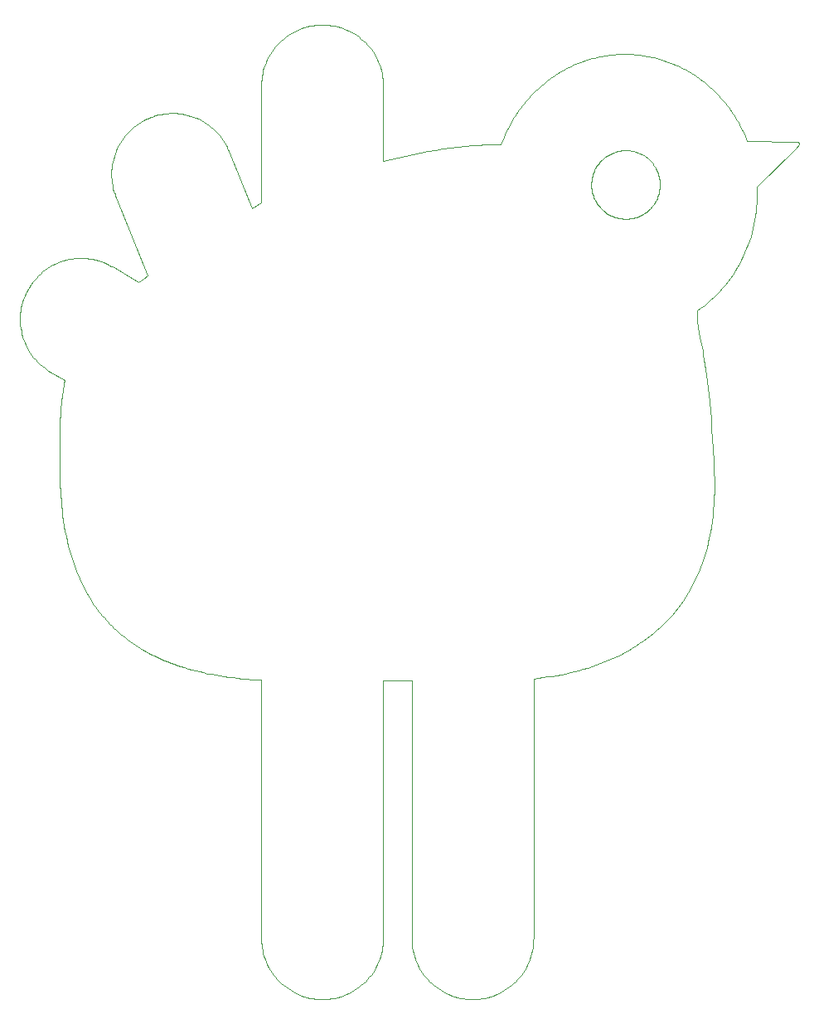
<source format=gbr>
G04 #@! TF.GenerationSoftware,KiCad,Pcbnew,5.0.2-bee76a0~70~ubuntu18.04.1*
G04 #@! TF.CreationDate,2019-07-17T02:08:38+03:00*
G04 #@! TF.ProjectId,Njorp_PCB,4e6a6f72-705f-4504-9342-2e6b69636164,rev?*
G04 #@! TF.SameCoordinates,Original*
G04 #@! TF.FileFunction,Profile,NP*
%FSLAX46Y46*%
G04 Gerber Fmt 4.6, Leading zero omitted, Abs format (unit mm)*
G04 Created by KiCad (PCBNEW 5.0.2-bee76a0~70~ubuntu18.04.1) date ke 17. heinäkuuta 2019 02.08.38*
%MOMM*%
%LPD*%
G01*
G04 APERTURE LIST*
%ADD10C,0.100000*%
G04 APERTURE END LIST*
D10*
X-9017395Y49511141D02*
X-9178511Y49509117D01*
X-9178511Y49509117D02*
X-9338591Y49503074D01*
X-9338591Y49503074D02*
X-9497593Y49493062D01*
X-9497593Y49493062D02*
X-9655464Y49479129D01*
X-9655464Y49479129D02*
X-9967630Y49439690D01*
X-9967630Y49439690D02*
X-10274701Y49385144D01*
X-10274701Y49385144D02*
X-10576291Y49315875D01*
X-10576291Y49315875D02*
X-10872019Y49232268D01*
X-10872019Y49232268D02*
X-11161497Y49134709D01*
X-11161497Y49134709D02*
X-11444339Y49023583D01*
X-11444339Y49023583D02*
X-11720162Y48899275D01*
X-11720162Y48899275D02*
X-11988579Y48762170D01*
X-11988579Y48762170D02*
X-12249207Y48612652D01*
X-12249207Y48612652D02*
X-12501659Y48451109D01*
X-12501659Y48451109D02*
X-12745552Y48277923D01*
X-12745552Y48277923D02*
X-12980499Y48093481D01*
X-12980499Y48093481D02*
X-13206114Y47898168D01*
X-13206114Y47898168D02*
X-13422014Y47692369D01*
X-13422014Y47692369D02*
X-13627813Y47476469D01*
X-13627813Y47476469D02*
X-13823127Y47250853D01*
X-13823127Y47250853D02*
X-14007568Y47015907D01*
X-14007568Y47015907D02*
X-14180754Y46772015D01*
X-14180754Y46772015D02*
X-14342298Y46519562D01*
X-14342298Y46519562D02*
X-14491815Y46258934D01*
X-14491815Y46258934D02*
X-14628920Y45990516D01*
X-14628920Y45990516D02*
X-14753229Y45714694D01*
X-14753229Y45714694D02*
X-14864355Y45431851D01*
X-14864355Y45431851D02*
X-14961914Y45142374D01*
X-14961914Y45142374D02*
X-15045521Y44846647D01*
X-15045521Y44846647D02*
X-15114790Y44545055D01*
X-15114790Y44545055D02*
X-15169337Y44237985D01*
X-15169337Y44237985D02*
X-15208775Y43925820D01*
X-15208775Y43925820D02*
X-15222708Y43767948D01*
X-15222708Y43767948D02*
X-15232720Y43608947D01*
X-15232720Y43608947D02*
X-15238763Y43448864D01*
X-15238763Y43448864D02*
X-15240800Y43287749D01*
X-15240800Y43287749D02*
X-15240800Y31354110D01*
X-15240800Y31354110D02*
X-16180266Y30798071D01*
X-16180266Y30798071D02*
X-18565133Y36618388D01*
X-18565133Y36618388D02*
X-18628093Y36766706D01*
X-18628093Y36766706D02*
X-18694380Y36912545D01*
X-18694380Y36912545D02*
X-18763930Y37055879D01*
X-18763930Y37055879D02*
X-18836681Y37196682D01*
X-18836681Y37196682D02*
X-18991532Y37470588D01*
X-18991532Y37470588D02*
X-19158432Y37734053D01*
X-19158432Y37734053D02*
X-19336879Y37986866D01*
X-19336879Y37986866D02*
X-19526369Y38228817D01*
X-19526369Y38228817D02*
X-19726400Y38459696D01*
X-19726400Y38459696D02*
X-19936470Y38679292D01*
X-19936470Y38679292D02*
X-20156077Y38887394D01*
X-20156077Y38887394D02*
X-20384718Y39083793D01*
X-20384718Y39083793D02*
X-20621890Y39268278D01*
X-20621890Y39268278D02*
X-20867091Y39440639D01*
X-20867091Y39440639D02*
X-21119819Y39600664D01*
X-21119819Y39600664D02*
X-21379572Y39748144D01*
X-21379572Y39748144D02*
X-21645846Y39882869D01*
X-21645846Y39882869D02*
X-21918140Y40004627D01*
X-21918140Y40004627D02*
X-22195951Y40113209D01*
X-22195951Y40113209D02*
X-22478776Y40208403D01*
X-22478776Y40208403D02*
X-22766113Y40290001D01*
X-22766113Y40290001D02*
X-23057460Y40357790D01*
X-23057460Y40357790D02*
X-23352315Y40411561D01*
X-23352315Y40411561D02*
X-23650174Y40451104D01*
X-23650174Y40451104D02*
X-23950536Y40476207D01*
X-23950536Y40476207D02*
X-24252898Y40486661D01*
X-24252898Y40486661D02*
X-24556757Y40482256D01*
X-24556757Y40482256D02*
X-24861612Y40462780D01*
X-24861612Y40462780D02*
X-25166959Y40428023D01*
X-25166959Y40428023D02*
X-25472296Y40377775D01*
X-25472296Y40377775D02*
X-25777121Y40311825D01*
X-25777121Y40311825D02*
X-26080932Y40229964D01*
X-26080932Y40229964D02*
X-26232300Y40183001D01*
X-26232300Y40183001D02*
X-26383226Y40131981D01*
X-26383226Y40131981D02*
X-26533647Y40076877D01*
X-26533647Y40076877D02*
X-26683500Y40017664D01*
X-26683500Y40017664D02*
X-26831818Y39954703D01*
X-26831818Y39954703D02*
X-26977657Y39888417D01*
X-26977657Y39888417D02*
X-27120991Y39818867D01*
X-27120991Y39818867D02*
X-27261794Y39746116D01*
X-27261794Y39746116D02*
X-27535699Y39591264D01*
X-27535699Y39591264D02*
X-27799164Y39424364D01*
X-27799164Y39424364D02*
X-28051977Y39245918D01*
X-28051977Y39245918D02*
X-28293928Y39056428D01*
X-28293928Y39056428D02*
X-28524807Y38856396D01*
X-28524807Y38856396D02*
X-28744403Y38646326D01*
X-28744403Y38646326D02*
X-28952505Y38426719D01*
X-28952505Y38426719D02*
X-29148904Y38198079D01*
X-29148904Y38198079D02*
X-29333389Y37960906D01*
X-29333389Y37960906D02*
X-29505749Y37715705D01*
X-29505749Y37715705D02*
X-29665775Y37462977D01*
X-29665775Y37462977D02*
X-29813255Y37203224D01*
X-29813255Y37203224D02*
X-29947979Y36936950D01*
X-29947979Y36936950D02*
X-30069738Y36664656D01*
X-30069738Y36664656D02*
X-30178319Y36386845D01*
X-30178319Y36386845D02*
X-30273514Y36104020D01*
X-30273514Y36104020D02*
X-30355111Y35816683D01*
X-30355111Y35816683D02*
X-30422901Y35525336D01*
X-30422901Y35525336D02*
X-30476672Y35230481D01*
X-30476672Y35230481D02*
X-30516215Y34932622D01*
X-30516215Y34932622D02*
X-30541319Y34632260D01*
X-30541319Y34632260D02*
X-30551772Y34329898D01*
X-30551772Y34329898D02*
X-30547367Y34026039D01*
X-30547367Y34026039D02*
X-30527891Y33721185D01*
X-30527891Y33721185D02*
X-30493134Y33415838D01*
X-30493134Y33415838D02*
X-30442887Y33110500D01*
X-30442887Y33110500D02*
X-30376937Y32805675D01*
X-30376937Y32805675D02*
X-30295076Y32501865D01*
X-30295076Y32501865D02*
X-30248113Y32350497D01*
X-30248113Y32350497D02*
X-30197092Y32199571D01*
X-30197092Y32199571D02*
X-30141989Y32049150D01*
X-30141989Y32049150D02*
X-30082776Y31899297D01*
X-30082776Y31899297D02*
X-26816309Y23927173D01*
X-26816309Y23927173D02*
X-27303152Y23564028D01*
X-27303152Y23564028D02*
X-27772323Y23206286D01*
X-27772323Y23206286D02*
X-30452779Y24813941D01*
X-30452779Y24813941D02*
X-30591993Y24895070D01*
X-30591993Y24895070D02*
X-30732388Y24972222D01*
X-30732388Y24972222D02*
X-30873898Y25045414D01*
X-30873898Y25045414D02*
X-31016458Y25114662D01*
X-31016458Y25114662D02*
X-31304461Y25241394D01*
X-31304461Y25241394D02*
X-31595867Y25352549D01*
X-31595867Y25352549D02*
X-31890149Y25448260D01*
X-31890149Y25448260D02*
X-32186778Y25528659D01*
X-32186778Y25528659D02*
X-32485225Y25593878D01*
X-32485225Y25593878D02*
X-32784962Y25644050D01*
X-32784962Y25644050D02*
X-33085459Y25679307D01*
X-33085459Y25679307D02*
X-33386190Y25699780D01*
X-33386190Y25699780D02*
X-33686624Y25705604D01*
X-33686624Y25705604D02*
X-33986234Y25696907D01*
X-33986234Y25696907D02*
X-34284491Y25673825D01*
X-34284491Y25673825D02*
X-34580866Y25636488D01*
X-34580866Y25636488D02*
X-34874831Y25585028D01*
X-34874831Y25585028D02*
X-35165857Y25519579D01*
X-35165857Y25519579D02*
X-35453415Y25440272D01*
X-35453415Y25440272D02*
X-35736978Y25347239D01*
X-35736978Y25347239D02*
X-36016016Y25240614D01*
X-36016016Y25240614D02*
X-36290001Y25120527D01*
X-36290001Y25120527D02*
X-36558404Y24987111D01*
X-36558404Y24987111D02*
X-36820697Y24840499D01*
X-36820697Y24840499D02*
X-37076351Y24680822D01*
X-37076351Y24680822D02*
X-37324838Y24508212D01*
X-37324838Y24508212D02*
X-37565628Y24322803D01*
X-37565628Y24322803D02*
X-37798195Y24124726D01*
X-37798195Y24124726D02*
X-38022008Y23914113D01*
X-38022008Y23914113D02*
X-38236539Y23691096D01*
X-38236539Y23691096D02*
X-38441260Y23455807D01*
X-38441260Y23455807D02*
X-38635642Y23208382D01*
X-38635642Y23208382D02*
X-38728791Y23080157D01*
X-38728791Y23080157D02*
X-38819157Y22948947D01*
X-38819157Y22948947D02*
X-38906674Y22814769D01*
X-38906674Y22814769D02*
X-38991276Y22677641D01*
X-38991276Y22677641D02*
X-39072404Y22538425D01*
X-39072404Y22538425D02*
X-39149556Y22398029D01*
X-39149556Y22398029D02*
X-39222748Y22256520D01*
X-39222748Y22256520D02*
X-39291996Y22113959D01*
X-39291996Y22113959D02*
X-39418727Y21825958D01*
X-39418727Y21825958D02*
X-39529881Y21534551D01*
X-39529881Y21534551D02*
X-39625592Y21240271D01*
X-39625592Y21240271D02*
X-39705991Y20943641D01*
X-39705991Y20943641D02*
X-39771210Y20645197D01*
X-39771210Y20645197D02*
X-39821382Y20345458D01*
X-39821382Y20345458D02*
X-39856638Y20044960D01*
X-39856638Y20044960D02*
X-39877112Y19744232D01*
X-39877112Y19744232D02*
X-39882934Y19443798D01*
X-39882934Y19443798D02*
X-39874238Y19144186D01*
X-39874238Y19144186D02*
X-39851155Y18845932D01*
X-39851155Y18845932D02*
X-39813818Y18549556D01*
X-39813818Y18549556D02*
X-39762359Y18255591D01*
X-39762359Y18255591D02*
X-39696910Y17964563D01*
X-39696910Y17964563D02*
X-39617603Y17677006D01*
X-39617603Y17677006D02*
X-39524571Y17393444D01*
X-39524571Y17393444D02*
X-39417945Y17114403D01*
X-39417945Y17114403D02*
X-39297859Y16840419D01*
X-39297859Y16840419D02*
X-39164443Y16572016D01*
X-39164443Y16572016D02*
X-39017831Y16309724D01*
X-39017831Y16309724D02*
X-38858154Y16054073D01*
X-38858154Y16054073D02*
X-38685545Y15805584D01*
X-38685545Y15805584D02*
X-38500136Y15564794D01*
X-38500136Y15564794D02*
X-38302059Y15332226D01*
X-38302059Y15332226D02*
X-38091446Y15108415D01*
X-38091446Y15108415D02*
X-37868429Y14893883D01*
X-37868429Y14893883D02*
X-37633142Y14689161D01*
X-37633142Y14689161D02*
X-37385715Y14494777D01*
X-37385715Y14494777D02*
X-37257490Y14401628D01*
X-37257490Y14401628D02*
X-37126281Y14311262D01*
X-37126281Y14311262D02*
X-36992103Y14223746D01*
X-36992103Y14223746D02*
X-36854972Y14139143D01*
X-36854972Y14139143D02*
X-35319149Y13218787D01*
X-35319149Y13218787D02*
X-35379017Y12945711D01*
X-35379017Y12945711D02*
X-35434185Y12670128D01*
X-35434185Y12670128D02*
X-35484823Y12391887D01*
X-35484823Y12391887D02*
X-35531099Y12110828D01*
X-35531099Y12110828D02*
X-35573185Y11826785D01*
X-35573185Y11826785D02*
X-35611248Y11539604D01*
X-35611248Y11539604D02*
X-35645460Y11249120D01*
X-35645460Y11249120D02*
X-35675989Y10955179D01*
X-35675989Y10955179D02*
X-35726678Y10356273D01*
X-35726678Y10356273D02*
X-35764673Y9741612D01*
X-35764673Y9741612D02*
X-35791331Y9109914D01*
X-35791331Y9109914D02*
X-35808007Y8459901D01*
X-35808007Y8459901D02*
X-35840316Y6786314D01*
X-35840316Y6786314D02*
X-35852410Y5890451D01*
X-35852410Y5890451D02*
X-35856109Y4960924D01*
X-35856109Y4960924D02*
X-35847152Y4002021D01*
X-35847152Y4002021D02*
X-35836596Y3512897D01*
X-35836596Y3512897D02*
X-35821276Y3018033D01*
X-35821276Y3018033D02*
X-35800660Y2517971D01*
X-35800660Y2517971D02*
X-35774215Y2013244D01*
X-35774215Y2013244D02*
X-35741407Y1504392D01*
X-35741407Y1504392D02*
X-35701705Y991944D01*
X-35701705Y991944D02*
X-35654574Y476441D01*
X-35654574Y476441D02*
X-35599482Y-41582D01*
X-35599482Y-41582D02*
X-35535897Y-561589D01*
X-35535897Y-561589D02*
X-35463284Y-1083043D01*
X-35463284Y-1083043D02*
X-35381111Y-1605412D01*
X-35381111Y-1605412D02*
X-35288845Y-2128155D01*
X-35288845Y-2128155D02*
X-35185954Y-2650739D01*
X-35185954Y-2650739D02*
X-35071903Y-3172629D01*
X-35071903Y-3172629D02*
X-34946160Y-3693287D01*
X-34946160Y-3693287D02*
X-34808192Y-4212174D01*
X-34808192Y-4212174D02*
X-34657467Y-4728763D01*
X-34657467Y-4728763D02*
X-34493450Y-5242510D01*
X-34493450Y-5242510D02*
X-34315609Y-5752880D01*
X-34315609Y-5752880D02*
X-34123412Y-6259340D01*
X-34123412Y-6259340D02*
X-34021763Y-6510938D01*
X-34021763Y-6510938D02*
X-33916325Y-6761355D01*
X-33916325Y-6761355D02*
X-33807031Y-7010527D01*
X-33807031Y-7010527D02*
X-33693814Y-7258386D01*
X-33693814Y-7258386D02*
X-33576609Y-7504864D01*
X-33576609Y-7504864D02*
X-33455348Y-7749897D01*
X-33455348Y-7749897D02*
X-33329965Y-7993414D01*
X-33329965Y-7993414D02*
X-33200393Y-8235352D01*
X-33200393Y-8235352D02*
X-33066566Y-8475641D01*
X-33066566Y-8475641D02*
X-32928416Y-8714216D01*
X-32928416Y-8714216D02*
X-32785878Y-8951010D01*
X-32785878Y-8951010D02*
X-32638884Y-9185955D01*
X-32638884Y-9185955D02*
X-32487369Y-9418984D01*
X-32487369Y-9418984D02*
X-32331264Y-9650031D01*
X-32331264Y-9650031D02*
X-32170505Y-9879026D01*
X-32170505Y-9879026D02*
X-32005024Y-10105906D01*
X-32005024Y-10105906D02*
X-31834754Y-10330603D01*
X-31834754Y-10330603D02*
X-31659630Y-10553049D01*
X-31659630Y-10553049D02*
X-31479583Y-10773174D01*
X-31479583Y-10773174D02*
X-31294549Y-10990918D01*
X-31294549Y-10990918D02*
X-31104459Y-11206210D01*
X-31104459Y-11206210D02*
X-30909248Y-11418983D01*
X-30909248Y-11418983D02*
X-30708848Y-11629168D01*
X-30708848Y-11629168D02*
X-30503194Y-11836704D01*
X-30503194Y-11836704D02*
X-30292218Y-12041518D01*
X-30292218Y-12041518D02*
X-30075854Y-12243546D01*
X-30075854Y-12243546D02*
X-29854036Y-12442719D01*
X-29854036Y-12442719D02*
X-29626696Y-12638974D01*
X-29626696Y-12638974D02*
X-29393768Y-12832239D01*
X-29393768Y-12832239D02*
X-29155186Y-13022450D01*
X-29155186Y-13022450D02*
X-28910883Y-13209540D01*
X-28910883Y-13209540D02*
X-28660791Y-13393441D01*
X-28660791Y-13393441D02*
X-28404846Y-13574085D01*
X-28404846Y-13574085D02*
X-28142979Y-13751409D01*
X-28142979Y-13751409D02*
X-27875125Y-13925343D01*
X-27875125Y-13925343D02*
X-27601216Y-14095820D01*
X-27601216Y-14095820D02*
X-27321186Y-14262772D01*
X-27321186Y-14262772D02*
X-27034969Y-14426133D01*
X-27034969Y-14426133D02*
X-26742498Y-14585839D01*
X-26742498Y-14585839D02*
X-26443705Y-14741818D01*
X-26443705Y-14741818D02*
X-26138526Y-14894007D01*
X-26138526Y-14894007D02*
X-25826892Y-15042337D01*
X-25826892Y-15042337D02*
X-25508738Y-15186742D01*
X-25508738Y-15186742D02*
X-25183996Y-15327153D01*
X-25183996Y-15327153D02*
X-24852601Y-15463506D01*
X-24852601Y-15463506D02*
X-24514485Y-15595732D01*
X-24514485Y-15595732D02*
X-24169581Y-15723764D01*
X-24169581Y-15723764D02*
X-23817824Y-15847536D01*
X-23817824Y-15847536D02*
X-23459147Y-15966979D01*
X-23459147Y-15966979D02*
X-23093482Y-16082031D01*
X-23093482Y-16082031D02*
X-22720764Y-16192619D01*
X-22720764Y-16192619D02*
X-22340926Y-16298677D01*
X-22340926Y-16298677D02*
X-21953901Y-16400142D01*
X-21953901Y-16400142D02*
X-21559622Y-16496945D01*
X-21559622Y-16496945D02*
X-21158023Y-16589018D01*
X-21158023Y-16589018D02*
X-20749037Y-16676293D01*
X-20749037Y-16676293D02*
X-20332598Y-16758705D01*
X-20332598Y-16758705D02*
X-19908639Y-16836186D01*
X-19908639Y-16836186D02*
X-19477093Y-16908671D01*
X-19477093Y-16908671D02*
X-19037894Y-16976090D01*
X-19037894Y-16976090D02*
X-18590975Y-17038378D01*
X-18590975Y-17038378D02*
X-18136269Y-17095467D01*
X-18136269Y-17095467D02*
X-17673711Y-17147294D01*
X-17673711Y-17147294D02*
X-17203232Y-17193784D01*
X-17203232Y-17193784D02*
X-16724767Y-17234876D01*
X-16724767Y-17234876D02*
X-16238250Y-17270502D01*
X-16238250Y-17270502D02*
X-15743612Y-17300596D01*
X-15743612Y-17300596D02*
X-15240789Y-17325096D01*
X-15240789Y-17325096D02*
X-15240789Y-43684211D01*
X-15240789Y-43684211D02*
X-15238751Y-43845326D01*
X-15238751Y-43845326D02*
X-15232708Y-44005409D01*
X-15232708Y-44005409D02*
X-15222696Y-44164411D01*
X-15222696Y-44164411D02*
X-15208763Y-44322288D01*
X-15208763Y-44322288D02*
X-15169325Y-44634462D01*
X-15169325Y-44634462D02*
X-15114778Y-44941542D01*
X-15114778Y-44941542D02*
X-15045509Y-45243146D01*
X-15045509Y-45243146D02*
X-14961903Y-45538884D01*
X-14961903Y-45538884D02*
X-14864344Y-45828381D01*
X-14864344Y-45828381D02*
X-14753217Y-46111239D01*
X-14753217Y-46111239D02*
X-14628909Y-46387083D01*
X-14628909Y-46387083D02*
X-14491803Y-46655518D01*
X-14491803Y-46655518D02*
X-14342286Y-46916170D01*
X-14342286Y-46916170D02*
X-14180742Y-47168643D01*
X-14180742Y-47168643D02*
X-14007557Y-47412560D01*
X-14007557Y-47412560D02*
X-13823115Y-47647529D01*
X-13823115Y-47647529D02*
X-13627802Y-47873168D01*
X-13627802Y-47873168D02*
X-13422004Y-48089094D01*
X-13422004Y-48089094D02*
X-13206104Y-48294916D01*
X-13206104Y-48294916D02*
X-12980488Y-48490253D01*
X-12980488Y-48490253D02*
X-12745541Y-48674718D01*
X-12745541Y-48674718D02*
X-12501648Y-48847927D01*
X-12501648Y-48847927D02*
X-12249196Y-49009492D01*
X-12249196Y-49009492D02*
X-11988568Y-49159030D01*
X-11988568Y-49159030D02*
X-11720151Y-49296153D01*
X-11720151Y-49296153D02*
X-11444328Y-49420480D01*
X-11444328Y-49420480D02*
X-11161486Y-49531624D01*
X-11161486Y-49531624D02*
X-10872008Y-49629200D01*
X-10872008Y-49629200D02*
X-10576281Y-49712821D01*
X-10576281Y-49712821D02*
X-10274690Y-49782102D01*
X-10274690Y-49782102D02*
X-9967620Y-49836654D01*
X-9967620Y-49836654D02*
X-9655454Y-49876101D01*
X-9655454Y-49876101D02*
X-9497582Y-49890044D01*
X-9497582Y-49890044D02*
X-9338581Y-49900046D01*
X-9338581Y-49900046D02*
X-9178500Y-49906104D01*
X-9178500Y-49906104D02*
X-9017385Y-49908221D01*
X-9017385Y-49908221D02*
X-8856269Y-49906104D01*
X-8856269Y-49906104D02*
X-8696188Y-49900046D01*
X-8696188Y-49900046D02*
X-8537187Y-49890044D01*
X-8537187Y-49890044D02*
X-8379313Y-49876101D01*
X-8379313Y-49876101D02*
X-8067150Y-49836654D01*
X-8067150Y-49836654D02*
X-7760079Y-49782102D01*
X-7760079Y-49782102D02*
X-7458489Y-49712821D01*
X-7458489Y-49712821D02*
X-7162761Y-49629200D01*
X-7162761Y-49629200D02*
X-6873283Y-49531624D01*
X-6873283Y-49531624D02*
X-6590441Y-49420480D01*
X-6590441Y-49420480D02*
X-6314618Y-49296153D01*
X-6314618Y-49296153D02*
X-6046201Y-49159030D01*
X-6046201Y-49159030D02*
X-5785573Y-49009492D01*
X-5785573Y-49009492D02*
X-5533121Y-48847927D01*
X-5533121Y-48847927D02*
X-5289228Y-48674718D01*
X-5289228Y-48674718D02*
X-5054281Y-48490253D01*
X-5054281Y-48490253D02*
X-4828665Y-48294916D01*
X-4828665Y-48294916D02*
X-4612765Y-48089094D01*
X-4612765Y-48089094D02*
X-4406967Y-47873168D01*
X-4406967Y-47873168D02*
X-4211654Y-47647529D01*
X-4211654Y-47647529D02*
X-4027211Y-47412560D01*
X-4027211Y-47412560D02*
X-3854025Y-47168643D01*
X-3854025Y-47168643D02*
X-3692484Y-46916170D01*
X-3692484Y-46916170D02*
X-3542965Y-46655518D01*
X-3542965Y-46655518D02*
X-3405861Y-46387083D01*
X-3405861Y-46387083D02*
X-3281551Y-46111239D01*
X-3281551Y-46111239D02*
X-3170426Y-45828381D01*
X-3170426Y-45828381D02*
X-3072867Y-45538884D01*
X-3072867Y-45538884D02*
X-2989261Y-45243146D01*
X-2989261Y-45243146D02*
X-2919990Y-44941542D01*
X-2919990Y-44941542D02*
X-2865444Y-44634462D01*
X-2865444Y-44634462D02*
X-2826005Y-44322288D01*
X-2826005Y-44322288D02*
X-2812062Y-44164411D01*
X-2812062Y-44164411D02*
X-2802060Y-44005409D01*
X-2802060Y-44005409D02*
X-2796028Y-43845326D01*
X-2796028Y-43845326D02*
X-2793911Y-43684211D01*
X-2793911Y-43684211D02*
X-2793911Y-17367985D01*
X-2793911Y-17367985D02*
X111857Y-17367985D01*
X111857Y-17367985D02*
X111857Y-43684211D01*
X111857Y-43684211D02*
X113973Y-43845326D01*
X113973Y-43845326D02*
X120006Y-44005409D01*
X120006Y-44005409D02*
X130007Y-44164411D01*
X130007Y-44164411D02*
X143951Y-44322288D01*
X143951Y-44322288D02*
X183390Y-44634462D01*
X183390Y-44634462D02*
X237936Y-44941542D01*
X237936Y-44941542D02*
X307207Y-45243146D01*
X307207Y-45243146D02*
X390812Y-45538884D01*
X390812Y-45538884D02*
X488372Y-45828381D01*
X488372Y-45828381D02*
X599497Y-46111239D01*
X599497Y-46111239D02*
X723806Y-46387083D01*
X723806Y-46387083D02*
X860911Y-46655518D01*
X860911Y-46655518D02*
X1010429Y-46916170D01*
X1010429Y-46916170D02*
X1171973Y-47168643D01*
X1171973Y-47168643D02*
X1345159Y-47412560D01*
X1345159Y-47412560D02*
X1529600Y-47647529D01*
X1529600Y-47647529D02*
X1724913Y-47873168D01*
X1724913Y-47873168D02*
X1930711Y-48089094D01*
X1930711Y-48089094D02*
X2146611Y-48294916D01*
X2146611Y-48294916D02*
X2372229Y-48490253D01*
X2372229Y-48490253D02*
X2607174Y-48674718D01*
X2607174Y-48674718D02*
X2851067Y-48847927D01*
X2851067Y-48847927D02*
X3103519Y-49009492D01*
X3103519Y-49009492D02*
X3364147Y-49159030D01*
X3364147Y-49159030D02*
X3632564Y-49296153D01*
X3632564Y-49296153D02*
X3908387Y-49420480D01*
X3908387Y-49420480D02*
X4191229Y-49531624D01*
X4191229Y-49531624D02*
X4480707Y-49629200D01*
X4480707Y-49629200D02*
X4776434Y-49712821D01*
X4776434Y-49712821D02*
X5078025Y-49782102D01*
X5078025Y-49782102D02*
X5385095Y-49836654D01*
X5385095Y-49836654D02*
X5697261Y-49876101D01*
X5697261Y-49876101D02*
X5855133Y-49890044D01*
X5855133Y-49890044D02*
X6014134Y-49900046D01*
X6014134Y-49900046D02*
X6174215Y-49906104D01*
X6174215Y-49906104D02*
X6335330Y-49908221D01*
X6335330Y-49908221D02*
X6496446Y-49906104D01*
X6496446Y-49906104D02*
X6656529Y-49900046D01*
X6656529Y-49900046D02*
X6815533Y-49890044D01*
X6815533Y-49890044D02*
X6973407Y-49876101D01*
X6973407Y-49876101D02*
X7285579Y-49836654D01*
X7285579Y-49836654D02*
X7592659Y-49782102D01*
X7592659Y-49782102D02*
X7894261Y-49712821D01*
X7894261Y-49712821D02*
X8190001Y-49629200D01*
X8190001Y-49629200D02*
X8479495Y-49531624D01*
X8479495Y-49531624D02*
X8762356Y-49420480D01*
X8762356Y-49420480D02*
X9038197Y-49296153D01*
X9038197Y-49296153D02*
X9306635Y-49159030D01*
X9306635Y-49159030D02*
X9567284Y-49009492D01*
X9567284Y-49009492D02*
X9819758Y-48847927D01*
X9819758Y-48847927D02*
X10063675Y-48674718D01*
X10063675Y-48674718D02*
X10298646Y-48490253D01*
X10298646Y-48490253D02*
X10524285Y-48294916D01*
X10524285Y-48294916D02*
X10740209Y-48089094D01*
X10740209Y-48089094D02*
X10946033Y-47873168D01*
X10946033Y-47873168D02*
X11141370Y-47647529D01*
X11141370Y-47647529D02*
X11325835Y-47412560D01*
X11325835Y-47412560D02*
X11499044Y-47168643D01*
X11499044Y-47168643D02*
X11660610Y-46916170D01*
X11660610Y-46916170D02*
X11810147Y-46655518D01*
X11810147Y-46655518D02*
X11947272Y-46387083D01*
X11947272Y-46387083D02*
X12071600Y-46111239D01*
X12071600Y-46111239D02*
X12182744Y-45828381D01*
X12182744Y-45828381D02*
X12280319Y-45538884D01*
X12280319Y-45538884D02*
X12363938Y-45243146D01*
X12363938Y-45243146D02*
X12433219Y-44941542D01*
X12433219Y-44941542D02*
X12487776Y-44634462D01*
X12487776Y-44634462D02*
X12527221Y-44322288D01*
X12527221Y-44322288D02*
X12541164Y-44164411D01*
X12541164Y-44164411D02*
X12551165Y-44005409D01*
X12551165Y-44005409D02*
X12557224Y-43845326D01*
X12557224Y-43845326D02*
X12559341Y-43684211D01*
X12559341Y-43684211D02*
X12559341Y-17189180D01*
X12559341Y-17189180D02*
X13034027Y-17137673D01*
X13034027Y-17137673D02*
X13506674Y-17079243D01*
X13506674Y-17079243D02*
X13977095Y-17013798D01*
X13977095Y-17013798D02*
X14445100Y-16941252D01*
X14445100Y-16941252D02*
X14910505Y-16861509D01*
X14910505Y-16861509D02*
X15373118Y-16774482D01*
X15373118Y-16774482D02*
X15832755Y-16680079D01*
X15832755Y-16680079D02*
X16289222Y-16578212D01*
X16289222Y-16578212D02*
X16742337Y-16468791D01*
X16742337Y-16468791D02*
X17191909Y-16351721D01*
X17191909Y-16351721D02*
X17637751Y-16226917D01*
X17637751Y-16226917D02*
X18079676Y-16094284D01*
X18079676Y-16094284D02*
X18517493Y-15953734D01*
X18517493Y-15953734D02*
X18951015Y-15805179D01*
X18951015Y-15805179D02*
X19380056Y-15648527D01*
X19380056Y-15648527D02*
X19804426Y-15483686D01*
X19804426Y-15483686D02*
X20223936Y-15310567D01*
X20223936Y-15310567D02*
X20638403Y-15129078D01*
X20638403Y-15129078D02*
X21047635Y-14939134D01*
X21047635Y-14939134D02*
X21451442Y-14740638D01*
X21451442Y-14740638D02*
X21849640Y-14533504D01*
X21849640Y-14533504D02*
X22242040Y-14317638D01*
X22242040Y-14317638D02*
X22628454Y-14092954D01*
X22628454Y-14092954D02*
X23008692Y-13859359D01*
X23008692Y-13859359D02*
X23382569Y-13616765D01*
X23382569Y-13616765D02*
X23749896Y-13365078D01*
X23749896Y-13365078D02*
X24110483Y-13104212D01*
X24110483Y-13104212D02*
X24464144Y-12834072D01*
X24464144Y-12834072D02*
X24810689Y-12554572D01*
X24810689Y-12554572D02*
X25149936Y-12265620D01*
X25149936Y-12265620D02*
X25481689Y-11967125D01*
X25481689Y-11967125D02*
X25805764Y-11658997D01*
X25805764Y-11658997D02*
X26121975Y-11341145D01*
X26121975Y-11341145D02*
X26430127Y-11013479D01*
X26430127Y-11013479D02*
X26730040Y-10675913D01*
X26730040Y-10675913D02*
X27021524Y-10328352D01*
X27021524Y-10328352D02*
X27304387Y-9970704D01*
X27304387Y-9970704D02*
X27578443Y-9602883D01*
X27578443Y-9602883D02*
X27843505Y-9224796D01*
X27843505Y-9224796D02*
X28099386Y-8836356D01*
X28099386Y-8836356D02*
X28345896Y-8437470D01*
X28345896Y-8437470D02*
X28582846Y-8028046D01*
X28582846Y-8028046D02*
X28810052Y-7607996D01*
X28810052Y-7607996D02*
X29027322Y-7177230D01*
X29027322Y-7177230D02*
X29234470Y-6735659D01*
X29234470Y-6735659D02*
X29431307Y-6283190D01*
X29431307Y-6283190D02*
X29617647Y-5819733D01*
X29617647Y-5819733D02*
X29793299Y-5345197D01*
X29793299Y-5345197D02*
X29958079Y-4859496D01*
X29958079Y-4859496D02*
X30111794Y-4362535D01*
X30111794Y-4362535D02*
X30254259Y-3854225D01*
X30254259Y-3854225D02*
X30385286Y-3334475D01*
X30385286Y-3334475D02*
X30504684Y-2803197D01*
X30504684Y-2803197D02*
X30612272Y-2260301D01*
X30612272Y-2260301D02*
X30707855Y-1705692D01*
X30707855Y-1705692D02*
X30791246Y-1139285D01*
X30791246Y-1139285D02*
X30862261Y-560985D01*
X30862261Y-560985D02*
X30920710Y29292D01*
X30920710Y29292D02*
X30966403Y631643D01*
X30966403Y631643D02*
X30999153Y1246156D01*
X30999153Y1246156D02*
X31018785Y1872919D01*
X31018785Y1872919D02*
X31025082Y2512026D01*
X31025082Y2512026D02*
X31017886Y3163562D01*
X31017886Y3163562D02*
X30996984Y3827624D01*
X30996984Y3827624D02*
X30941718Y5063847D01*
X30941718Y5063847D02*
X30881964Y6225625D01*
X30881964Y6225625D02*
X30818184Y7315761D01*
X30818184Y7315761D02*
X30750845Y8337063D01*
X30750845Y8337063D02*
X30680412Y9292333D01*
X30680412Y9292333D02*
X30607350Y10184376D01*
X30607350Y10184376D02*
X30532124Y11015998D01*
X30532124Y11015998D02*
X30455199Y11790005D01*
X30455199Y11790005D02*
X30377041Y12509204D01*
X30377041Y12509204D02*
X30298111Y13176393D01*
X30298111Y13176393D02*
X30218879Y13794383D01*
X30218879Y13794383D02*
X30139805Y14365975D01*
X30139805Y14365975D02*
X30061359Y14893978D01*
X30061359Y14893978D02*
X29984005Y15381195D01*
X29984005Y15381195D02*
X29908205Y15830431D01*
X29908205Y15830431D02*
X29834423Y16244491D01*
X29834423Y16244491D02*
X29694787Y16978304D01*
X29694787Y16978304D02*
X29568813Y17605073D01*
X29568813Y17605073D02*
X29460223Y18147239D01*
X29460223Y18147239D02*
X29372733Y18627241D01*
X29372733Y18627241D02*
X29338065Y18850943D01*
X29338065Y18850943D02*
X29310067Y19067521D01*
X29310067Y19067521D02*
X29289217Y19279777D01*
X29289217Y19279777D02*
X29275962Y19490515D01*
X29275962Y19490515D02*
X29270776Y19702547D01*
X29270776Y19702547D02*
X29274110Y19918669D01*
X29274110Y19918669D02*
X29286439Y20141692D01*
X29286439Y20141692D02*
X29308241Y20374419D01*
X29308241Y20374419D02*
X29659343Y20626689D01*
X29659343Y20626689D02*
X30001465Y20889420D01*
X30001465Y20889420D02*
X30334470Y21162333D01*
X30334470Y21162333D02*
X30658211Y21445154D01*
X30658211Y21445154D02*
X30972552Y21737603D01*
X30972552Y21737603D02*
X31277349Y22039408D01*
X31277349Y22039408D02*
X31572463Y22350288D01*
X31572463Y22350288D02*
X31857750Y22669971D01*
X31857750Y22669971D02*
X32133068Y22998178D01*
X32133068Y22998178D02*
X32398278Y23334631D01*
X32398278Y23334631D02*
X32653236Y23679056D01*
X32653236Y23679056D02*
X32897801Y24031176D01*
X32897801Y24031176D02*
X33131835Y24390714D01*
X33131835Y24390714D02*
X33355194Y24757393D01*
X33355194Y24757393D02*
X33567734Y25130938D01*
X33567734Y25130938D02*
X33769320Y25511071D01*
X33769320Y25511071D02*
X33959804Y25897516D01*
X33959804Y25897516D02*
X34139048Y26289997D01*
X34139048Y26289997D02*
X34306911Y26688237D01*
X34306911Y26688237D02*
X34463248Y27091959D01*
X34463248Y27091959D02*
X34607922Y27500888D01*
X34607922Y27500888D02*
X34740790Y27914746D01*
X34740790Y27914746D02*
X34861710Y28333257D01*
X34861710Y28333257D02*
X34970541Y28756144D01*
X34970541Y28756144D02*
X35067141Y29183131D01*
X35067141Y29183131D02*
X35151368Y29613942D01*
X35151368Y29613942D02*
X35223083Y30048300D01*
X35223083Y30048300D02*
X35282144Y30485928D01*
X35282144Y30485928D02*
X35328406Y30926550D01*
X35328406Y30926550D02*
X35361733Y31369890D01*
X35361733Y31369890D02*
X35381974Y31815670D01*
X35381974Y31815670D02*
X35389011Y32263615D01*
X35389011Y32263615D02*
X35376259Y32622993D01*
X35376259Y32622993D02*
X35354907Y32981918D01*
X35354907Y32981918D02*
X39457713Y36992739D01*
X39457713Y36992739D02*
X39481429Y37018825D01*
X39481429Y37018825D02*
X39537865Y37087481D01*
X39537865Y37087481D02*
X39604952Y37184304D01*
X39604952Y37184304D02*
X39635594Y37238777D01*
X39635594Y37238777D02*
X39660623Y37294891D01*
X39660623Y37294891D02*
X39677282Y37350846D01*
X39677282Y37350846D02*
X39682810Y37404841D01*
X39682810Y37404841D02*
X39680539Y37430540D01*
X39680539Y37430540D02*
X39674451Y37455075D01*
X39674451Y37455075D02*
X39664201Y37478220D01*
X39664201Y37478220D02*
X39649445Y37499749D01*
X39649445Y37499749D02*
X39629837Y37519438D01*
X39629837Y37519438D02*
X39605033Y37537062D01*
X39605033Y37537062D02*
X39574689Y37552396D01*
X39574689Y37552396D02*
X39538459Y37565214D01*
X39538459Y37565214D02*
X39495998Y37575292D01*
X39495998Y37575292D02*
X39446962Y37582405D01*
X39446962Y37582405D02*
X39327784Y37586833D01*
X39327784Y37586833D02*
X34380806Y37643131D01*
X34380806Y37643131D02*
X34281556Y37893097D01*
X34281556Y37893097D02*
X34178151Y38140308D01*
X34178151Y38140308D02*
X34070651Y38384725D01*
X34070651Y38384725D02*
X33959103Y38626312D01*
X33959103Y38626312D02*
X33843564Y38865030D01*
X33843564Y38865030D02*
X33724086Y39100842D01*
X33724086Y39100842D02*
X33600724Y39333710D01*
X33600724Y39333710D02*
X33473529Y39563596D01*
X33473529Y39563596D02*
X33342552Y39790463D01*
X33342552Y39790463D02*
X33207853Y40014273D01*
X33207853Y40014273D02*
X33069478Y40234988D01*
X33069478Y40234988D02*
X32927484Y40452570D01*
X32927484Y40452570D02*
X32781921Y40666982D01*
X32781921Y40666982D02*
X32632847Y40878186D01*
X32632847Y40878186D02*
X32480312Y41086145D01*
X32480312Y41086145D02*
X32324369Y41290820D01*
X32324369Y41290820D02*
X32165074Y41492174D01*
X32165074Y41492174D02*
X32002477Y41690170D01*
X32002477Y41690170D02*
X31836631Y41884769D01*
X31836631Y41884769D02*
X31667591Y42075934D01*
X31667591Y42075934D02*
X31495411Y42263627D01*
X31495411Y42263627D02*
X31320141Y42447810D01*
X31320141Y42447810D02*
X31141835Y42628446D01*
X31141835Y42628446D02*
X30960548Y42805497D01*
X30960548Y42805497D02*
X30776334Y42978925D01*
X30776334Y42978925D02*
X30589242Y43148693D01*
X30589242Y43148693D02*
X30399327Y43314763D01*
X30399327Y43314763D02*
X30206644Y43477096D01*
X30206644Y43477096D02*
X30011247Y43635657D01*
X30011247Y43635657D02*
X29813182Y43790406D01*
X29813182Y43790406D02*
X29612512Y43941306D01*
X29612512Y43941306D02*
X29409280Y44088319D01*
X29409280Y44088319D02*
X29203548Y44231408D01*
X29203548Y44231408D02*
X28995366Y44370535D01*
X28995366Y44370535D02*
X28784784Y44505663D01*
X28784784Y44505663D02*
X28571861Y44636752D01*
X28571861Y44636752D02*
X28356646Y44763767D01*
X28356646Y44763767D02*
X28139190Y44886668D01*
X28139190Y44886668D02*
X27919554Y45005419D01*
X27919554Y45005419D02*
X27697783Y45119982D01*
X27697783Y45119982D02*
X27473935Y45230318D01*
X27473935Y45230318D02*
X27248063Y45336391D01*
X27248063Y45336391D02*
X27020217Y45438162D01*
X27020217Y45438162D02*
X26790453Y45535594D01*
X26790453Y45535594D02*
X26558823Y45628649D01*
X26558823Y45628649D02*
X26325381Y45717290D01*
X26325381Y45717290D02*
X26090180Y45801478D01*
X26090180Y45801478D02*
X25853272Y45881177D01*
X25853272Y45881177D02*
X25614711Y45956347D01*
X25614711Y45956347D02*
X25374551Y46026953D01*
X25374551Y46026953D02*
X25132843Y46092955D01*
X25132843Y46092955D02*
X24889641Y46154316D01*
X24889641Y46154316D02*
X24644999Y46210999D01*
X24644999Y46210999D02*
X24398971Y46262965D01*
X24398971Y46262965D02*
X24151610Y46310178D01*
X24151610Y46310178D02*
X23902965Y46352599D01*
X23902965Y46352599D02*
X23653092Y46390190D01*
X23653092Y46390190D02*
X23402045Y46422915D01*
X23402045Y46422915D02*
X23149879Y46450734D01*
X23149879Y46450734D02*
X22896641Y46473610D01*
X22896641Y46473610D02*
X22642389Y46491507D01*
X22642389Y46491507D02*
X22387178Y46504386D01*
X22387178Y46504386D02*
X22131056Y46512210D01*
X22131056Y46512210D02*
X21874076Y46514941D01*
X21874076Y46514941D02*
X21610805Y46512115D01*
X21610805Y46512115D02*
X21348455Y46503947D01*
X21348455Y46503947D02*
X21087081Y46490480D01*
X21087081Y46490480D02*
X20826742Y46471753D01*
X20826742Y46471753D02*
X20567493Y46447808D01*
X20567493Y46447808D02*
X20309391Y46418687D01*
X20309391Y46418687D02*
X20052492Y46384431D01*
X20052492Y46384431D02*
X19796851Y46345080D01*
X19796851Y46345080D02*
X19542526Y46300676D01*
X19542526Y46300676D02*
X19289574Y46251260D01*
X19289574Y46251260D02*
X19038050Y46196873D01*
X19038050Y46196873D02*
X18788011Y46137557D01*
X18788011Y46137557D02*
X18539512Y46073352D01*
X18539512Y46073352D02*
X18292613Y46004300D01*
X18292613Y46004300D02*
X18047368Y45930442D01*
X18047368Y45930442D02*
X17803832Y45851819D01*
X17803832Y45851819D02*
X17562064Y45768472D01*
X17562064Y45768472D02*
X17322121Y45680443D01*
X17322121Y45680443D02*
X17084055Y45587773D01*
X17084055Y45587773D02*
X16847927Y45490503D01*
X16847927Y45490503D02*
X16613792Y45388673D01*
X16613792Y45388673D02*
X16381705Y45282327D01*
X16381705Y45282327D02*
X16151724Y45171503D01*
X16151724Y45171503D02*
X15923904Y45056245D01*
X15923904Y45056245D02*
X15698302Y44936592D01*
X15698302Y44936592D02*
X15474975Y44812587D01*
X15474975Y44812587D02*
X15253982Y44684270D01*
X15253982Y44684270D02*
X15035373Y44551682D01*
X15035373Y44551682D02*
X14819211Y44414865D01*
X14819211Y44414865D02*
X14605546Y44273860D01*
X14605546Y44273860D02*
X14394438Y44128708D01*
X14394438Y44128708D02*
X14185946Y43979450D01*
X14185946Y43979450D02*
X13980122Y43826128D01*
X13980122Y43826128D02*
X13777022Y43668783D01*
X13777022Y43668783D02*
X13576706Y43507455D01*
X13576706Y43507455D02*
X13379229Y43342187D01*
X13379229Y43342187D02*
X13184649Y43173019D01*
X13184649Y43173019D02*
X12993019Y42999992D01*
X12993019Y42999992D02*
X12804395Y42823148D01*
X12804395Y42823148D02*
X12618838Y42642527D01*
X12618838Y42642527D02*
X12436402Y42458172D01*
X12436402Y42458172D02*
X12257142Y42270123D01*
X12257142Y42270123D02*
X12081114Y42078422D01*
X12081114Y42078422D02*
X11908379Y41883109D01*
X11908379Y41883109D02*
X11738990Y41684226D01*
X11738990Y41684226D02*
X11573003Y41481814D01*
X11573003Y41481814D02*
X11410475Y41275914D01*
X11410475Y41275914D02*
X11251463Y41066568D01*
X11251463Y41066568D02*
X11096023Y40853816D01*
X11096023Y40853816D02*
X10944213Y40637700D01*
X10944213Y40637700D02*
X10796086Y40418262D01*
X10796086Y40418262D02*
X10651700Y40195541D01*
X10651700Y40195541D02*
X10511114Y39969580D01*
X10511114Y39969580D02*
X10374380Y39740419D01*
X10374380Y39740419D02*
X10241559Y39508100D01*
X10241559Y39508100D02*
X10112702Y39272664D01*
X10112702Y39272664D02*
X9987869Y39034153D01*
X9987869Y39034153D02*
X9867118Y38792606D01*
X9867118Y38792606D02*
X9750500Y38548067D01*
X9750500Y38548067D02*
X9638076Y38300575D01*
X9638076Y38300575D02*
X9529901Y38050172D01*
X9529901Y38050172D02*
X9426034Y37796899D01*
X9426034Y37796899D02*
X9326524Y37540797D01*
X9326524Y37540797D02*
X9231436Y37281908D01*
X9231436Y37281908D02*
X8876423Y37286922D01*
X8876423Y37286922D02*
X8518209Y37287097D01*
X8518209Y37287097D02*
X8156973Y37282554D01*
X8156973Y37282554D02*
X7792909Y37273410D01*
X7792909Y37273410D02*
X7426197Y37259787D01*
X7426197Y37259787D02*
X7057029Y37241800D01*
X7057029Y37241800D02*
X6685586Y37219570D01*
X6685586Y37219570D02*
X6312060Y37193218D01*
X6312060Y37193218D02*
X5559493Y37128616D01*
X5559493Y37128616D02*
X4800818Y37048947D01*
X4800818Y37048947D02*
X4037530Y36955161D01*
X4037530Y36955161D02*
X3271119Y36848212D01*
X3271119Y36848212D02*
X2503076Y36729050D01*
X2503076Y36729050D02*
X1734890Y36598627D01*
X1734890Y36598627D02*
X968054Y36457895D01*
X968054Y36457895D02*
X204061Y36307807D01*
X204061Y36307807D02*
X-555600Y36149313D01*
X-555600Y36149313D02*
X-1309435Y35983365D01*
X-1309435Y35983365D02*
X-2055956Y35810915D01*
X-2055956Y35810915D02*
X-2793670Y35632916D01*
X-2793670Y35632916D02*
X-2793670Y43287745D01*
X-2793670Y43287745D02*
X-2795787Y43448860D01*
X-2795787Y43448860D02*
X-2801820Y43608943D01*
X-2801820Y43608943D02*
X-2811821Y43767944D01*
X-2811821Y43767944D02*
X-2825764Y43925816D01*
X-2825764Y43925816D02*
X-2865203Y44237981D01*
X-2865203Y44237981D02*
X-2919750Y44545052D01*
X-2919750Y44545052D02*
X-2989020Y44846643D01*
X-2989020Y44846643D02*
X-3072626Y45142370D01*
X-3072626Y45142370D02*
X-3170186Y45431847D01*
X-3170186Y45431847D02*
X-3281311Y45714690D01*
X-3281311Y45714690D02*
X-3405620Y45990513D01*
X-3405620Y45990513D02*
X-3542724Y46258931D01*
X-3542724Y46258931D02*
X-3692243Y46519558D01*
X-3692243Y46519558D02*
X-3853784Y46772011D01*
X-3853784Y46772011D02*
X-4026970Y47015903D01*
X-4026970Y47015903D02*
X-4211414Y47250850D01*
X-4211414Y47250850D02*
X-4406726Y47476466D01*
X-4406726Y47476466D02*
X-4612525Y47692366D01*
X-4612525Y47692366D02*
X-4828425Y47898165D01*
X-4828425Y47898165D02*
X-5054040Y48093478D01*
X-5054040Y48093478D02*
X-5288987Y48277919D01*
X-5288987Y48277919D02*
X-5532880Y48451105D01*
X-5532880Y48451105D02*
X-5785333Y48612649D01*
X-5785333Y48612649D02*
X-6045960Y48762166D01*
X-6045960Y48762166D02*
X-6314378Y48899271D01*
X-6314378Y48899271D02*
X-6590200Y49023579D01*
X-6590200Y49023579D02*
X-6873043Y49134706D01*
X-6873043Y49134706D02*
X-7162521Y49232265D01*
X-7162521Y49232265D02*
X-7458248Y49315871D01*
X-7458248Y49315871D02*
X-7759839Y49385140D01*
X-7759839Y49385140D02*
X-8066909Y49439687D01*
X-8066909Y49439687D02*
X-8379072Y49479125D01*
X-8379072Y49479125D02*
X-8536946Y49493059D01*
X-8536946Y49493059D02*
X-8695948Y49503071D01*
X-8695948Y49503071D02*
X-8856029Y49509113D01*
X-8856029Y49509113D02*
X-9017144Y49511137D01*
X-9017144Y49511137D02*
X-9017144Y49511137D01*
X-9017144Y49511137D02*
X-9017395Y49511141D01*
X22045825Y36702621D02*
X22165449Y36698014D01*
X22165449Y36698014D02*
X22284302Y36689378D01*
X22284302Y36689378D02*
X22402301Y36676766D01*
X22402301Y36676766D02*
X22519366Y36660229D01*
X22519366Y36660229D02*
X22635410Y36639819D01*
X22635410Y36639819D02*
X22750347Y36615589D01*
X22750347Y36615589D02*
X22976582Y36555872D01*
X22976582Y36555872D02*
X23197398Y36481496D01*
X23197398Y36481496D02*
X23412128Y36392878D01*
X23412128Y36392878D02*
X23620107Y36290433D01*
X23620107Y36290433D02*
X23820658Y36174577D01*
X23820658Y36174577D02*
X24013122Y36045726D01*
X24013122Y36045726D02*
X24196827Y35904298D01*
X24196827Y35904298D02*
X24371103Y35750707D01*
X24371103Y35750707D02*
X24535282Y35585370D01*
X24535282Y35585370D02*
X24688701Y35408703D01*
X24688701Y35408703D02*
X24761162Y35316251D01*
X24761162Y35316251D02*
X24830684Y35221122D01*
X24830684Y35221122D02*
X24897179Y35123369D01*
X24897179Y35123369D02*
X24960565Y35023043D01*
X24960565Y35023043D02*
X25020761Y34920197D01*
X25020761Y34920197D02*
X25077680Y34814883D01*
X25077680Y34814883D02*
X25153777Y34658834D01*
X25153777Y34658834D02*
X25221767Y34499906D01*
X25221767Y34499906D02*
X25281619Y34338407D01*
X25281619Y34338407D02*
X25333310Y34174648D01*
X25333310Y34174648D02*
X25376810Y34008939D01*
X25376810Y34008939D02*
X25412095Y33841587D01*
X25412095Y33841587D02*
X25439136Y33672903D01*
X25439136Y33672903D02*
X25457921Y33503197D01*
X25457921Y33503197D02*
X25468399Y33332777D01*
X25468399Y33332777D02*
X25470515Y33161953D01*
X25470515Y33161953D02*
X25464324Y32991034D01*
X25464324Y32991034D02*
X25449746Y32820330D01*
X25449746Y32820330D02*
X25426780Y32650151D01*
X25426780Y32650151D02*
X25395379Y32480805D01*
X25395379Y32480805D02*
X25355522Y32312601D01*
X25355522Y32312601D02*
X25307185Y32145851D01*
X25307185Y32145851D02*
X25250647Y31981700D01*
X25250647Y31981700D02*
X25186337Y31821247D01*
X25186337Y31821247D02*
X25114458Y31664731D01*
X25114458Y31664731D02*
X25035210Y31512388D01*
X25035210Y31512388D02*
X24948789Y31364457D01*
X24948789Y31364457D02*
X24855399Y31221174D01*
X24855399Y31221174D02*
X24755238Y31082778D01*
X24755238Y31082778D02*
X24648508Y30949506D01*
X24648508Y30949506D02*
X24535409Y30821596D01*
X24535409Y30821596D02*
X24416138Y30699285D01*
X24416138Y30699285D02*
X24290897Y30582810D01*
X24290897Y30582810D02*
X24159886Y30472411D01*
X24159886Y30472411D02*
X24023303Y30368323D01*
X24023303Y30368323D02*
X23881351Y30270785D01*
X23881351Y30270785D02*
X23734230Y30180034D01*
X23734230Y30180034D02*
X23582136Y30096308D01*
X23582136Y30096308D02*
X23420164Y30017448D01*
X23420164Y30017448D02*
X23256164Y29947630D01*
X23256164Y29947630D02*
X23090437Y29886760D01*
X23090437Y29886760D02*
X22923276Y29834746D01*
X22923276Y29834746D02*
X22754978Y29791491D01*
X22754978Y29791491D02*
X22585837Y29756903D01*
X22585837Y29756903D02*
X22416152Y29730887D01*
X22416152Y29730887D02*
X22246221Y29713350D01*
X22246221Y29713350D02*
X22076337Y29704198D01*
X22076337Y29704198D02*
X21906800Y29703325D01*
X21906800Y29703325D02*
X21737901Y29710662D01*
X21737901Y29710662D02*
X21569941Y29726100D01*
X21569941Y29726100D02*
X21403216Y29749548D01*
X21403216Y29749548D02*
X21238021Y29780910D01*
X21238021Y29780910D02*
X21074651Y29820094D01*
X21074651Y29820094D02*
X20913406Y29867005D01*
X20913406Y29867005D02*
X20754579Y29921550D01*
X20754579Y29921550D02*
X20598470Y29983633D01*
X20598470Y29983633D02*
X20445371Y30053162D01*
X20445371Y30053162D02*
X20295583Y30130042D01*
X20295583Y30130042D02*
X20149401Y30214179D01*
X20149401Y30214179D02*
X20007116Y30305481D01*
X20007116Y30305481D02*
X19869032Y30403851D01*
X19869032Y30403851D02*
X19735441Y30509197D01*
X19735441Y30509197D02*
X19606642Y30621424D01*
X19606642Y30621424D02*
X19482928Y30740440D01*
X19482928Y30740440D02*
X19364601Y30866148D01*
X19364601Y30866148D02*
X19251950Y30998457D01*
X19251950Y30998457D02*
X19145278Y31137272D01*
X19145278Y31137272D02*
X19044876Y31282498D01*
X19044876Y31282498D02*
X18951044Y31434042D01*
X18951044Y31434042D02*
X18864079Y31591810D01*
X18864079Y31591810D02*
X18785180Y31753782D01*
X18785180Y31753782D02*
X18715322Y31917783D01*
X18715322Y31917783D02*
X18654417Y32083515D01*
X18654417Y32083515D02*
X18602366Y32250682D01*
X18602366Y32250682D02*
X18559077Y32418988D01*
X18559077Y32418988D02*
X18524457Y32588136D01*
X18524457Y32588136D02*
X18498422Y32757831D01*
X18498422Y32757831D02*
X18480853Y32927774D01*
X18480853Y32927774D02*
X18471672Y33097671D01*
X18471672Y33097671D02*
X18470879Y33267224D01*
X18470879Y33267224D02*
X18478181Y33436136D01*
X18478181Y33436136D02*
X18493606Y33604113D01*
X18493606Y33604113D02*
X18517022Y33770856D01*
X18517022Y33770856D02*
X18548365Y33936069D01*
X18548365Y33936069D02*
X18587528Y34099457D01*
X18587528Y34099457D02*
X18634423Y34260722D01*
X18634423Y34260722D02*
X18688951Y34419568D01*
X18688951Y34419568D02*
X18751019Y34575699D01*
X18751019Y34575699D02*
X18820536Y34728818D01*
X18820536Y34728818D02*
X18897405Y34878629D01*
X18897405Y34878629D02*
X18981532Y35024834D01*
X18981532Y35024834D02*
X19072827Y35167139D01*
X19072827Y35167139D02*
X19171191Y35305246D01*
X19171191Y35305246D02*
X19276532Y35438858D01*
X19276532Y35438858D02*
X19388755Y35567679D01*
X19388755Y35567679D02*
X19507770Y35691414D01*
X19507770Y35691414D02*
X19633479Y35809764D01*
X19633479Y35809764D02*
X19765789Y35922435D01*
X19765789Y35922435D02*
X19904608Y36029129D01*
X19904608Y36029129D02*
X20049841Y36129549D01*
X20049841Y36129549D02*
X20201394Y36223401D01*
X20201394Y36223401D02*
X20359170Y36310385D01*
X20359170Y36310385D02*
X20557044Y36405266D01*
X20557044Y36405266D02*
X20759874Y36487335D01*
X20759874Y36487335D02*
X20967029Y36556450D01*
X20967029Y36556450D02*
X21177889Y36612463D01*
X21177889Y36612463D02*
X21391828Y36655231D01*
X21391828Y36655231D02*
X21608226Y36684608D01*
X21608226Y36684608D02*
X21826454Y36700449D01*
X21826454Y36700449D02*
X22045889Y36702619D01*
X22045889Y36702619D02*
X22045889Y36702619D01*
X22045889Y36702619D02*
X22045825Y36702621D01*
M02*

</source>
